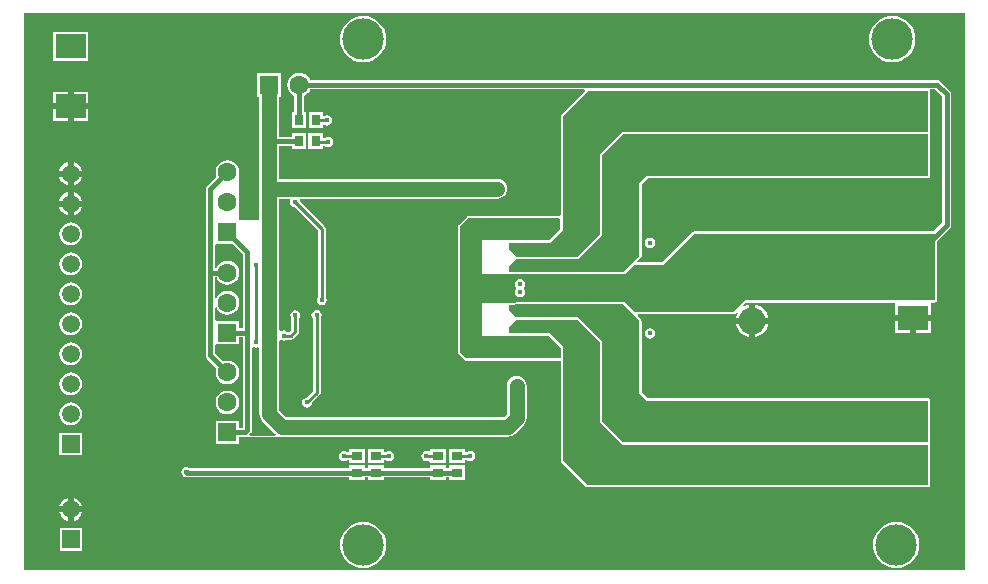
<source format=gbl>
G04*
G04 #@! TF.GenerationSoftware,Altium Limited,Altium Designer,20.2.7 (254)*
G04*
G04 Layer_Physical_Order=4*
G04 Layer_Color=16711680*
%FSLAX25Y25*%
%MOIN*%
G70*
G04*
G04 #@! TF.SameCoordinates,93ECAAD2-9D94-4F50-94FD-CC643B8307E9*
G04*
G04*
G04 #@! TF.FilePolarity,Positive*
G04*
G01*
G75*
%ADD16C,0.01000*%
%ADD20R,0.03740X0.03150*%
%ADD21R,0.03150X0.03740*%
%ADD45C,0.01500*%
%ADD46C,0.05000*%
%ADD48R,0.09843X0.07874*%
%ADD49R,0.09000X0.09000*%
%ADD50C,0.09000*%
%ADD51C,0.06299*%
%ADD52R,0.06299X0.06299*%
%ADD53R,0.06299X0.06299*%
%ADD54C,0.05906*%
%ADD55R,0.05906X0.05906*%
%ADD56C,0.13800*%
%ADD57C,0.01772*%
%ADD58C,0.01772*%
G36*
X315074Y1326D02*
X1326D01*
Y186874D01*
X315074D01*
Y1326D01*
D02*
G37*
%LPC*%
G36*
X22721Y180637D02*
X11279D01*
Y171163D01*
X22721D01*
Y180637D01*
D02*
G37*
G36*
X290900Y186037D02*
X289390Y185889D01*
X287939Y185448D01*
X286601Y184733D01*
X285429Y183771D01*
X284467Y182599D01*
X283752Y181261D01*
X283311Y179809D01*
X283163Y178300D01*
X283311Y176790D01*
X283752Y175339D01*
X284467Y174001D01*
X285429Y172829D01*
X286601Y171867D01*
X287939Y171152D01*
X289390Y170711D01*
X290900Y170563D01*
X292409Y170711D01*
X293861Y171152D01*
X295199Y171867D01*
X296371Y172829D01*
X297333Y174001D01*
X298048Y175339D01*
X298489Y176790D01*
X298637Y178300D01*
X298489Y179809D01*
X298048Y181261D01*
X297333Y182599D01*
X296371Y183771D01*
X295199Y184733D01*
X293861Y185448D01*
X292409Y185889D01*
X290900Y186037D01*
D02*
G37*
G36*
X114500D02*
X112990Y185889D01*
X111539Y185448D01*
X110201Y184733D01*
X109029Y183771D01*
X108067Y182599D01*
X107352Y181261D01*
X106911Y179809D01*
X106763Y178300D01*
X106911Y176790D01*
X107352Y175339D01*
X108067Y174001D01*
X109029Y172829D01*
X110201Y171867D01*
X111539Y171152D01*
X112990Y170711D01*
X114500Y170563D01*
X116009Y170711D01*
X117461Y171152D01*
X118799Y171867D01*
X119971Y172829D01*
X120933Y174001D01*
X121648Y175339D01*
X122089Y176790D01*
X122237Y178300D01*
X122089Y179809D01*
X121648Y181261D01*
X120933Y182599D01*
X119971Y183771D01*
X118799Y184733D01*
X117461Y185448D01*
X116009Y185889D01*
X114500Y186037D01*
D02*
G37*
G36*
X22921Y160837D02*
X18000D01*
Y156900D01*
X22921D01*
Y160837D01*
D02*
G37*
G36*
X16000D02*
X11079D01*
Y156900D01*
X16000D01*
Y160837D01*
D02*
G37*
G36*
X22921Y154900D02*
X18000D01*
Y150963D01*
X22921D01*
Y154900D01*
D02*
G37*
G36*
X16000D02*
X11079D01*
Y150963D01*
X16000D01*
Y154900D01*
D02*
G37*
G36*
X101080Y153970D02*
X96331D01*
Y148630D01*
X101080D01*
Y149520D01*
X101580Y149753D01*
X101792Y149612D01*
X102450Y149481D01*
X103107Y149612D01*
X103665Y149985D01*
X104038Y150542D01*
X104168Y151200D01*
X104038Y151858D01*
X103665Y152415D01*
X103107Y152788D01*
X102450Y152919D01*
X101792Y152788D01*
X101580Y152647D01*
X101080Y152880D01*
Y153970D01*
D02*
G37*
G36*
X101030Y146867D02*
X96280D01*
Y141527D01*
X101030D01*
Y142771D01*
X101848D01*
X102241Y142509D01*
X102899Y142378D01*
X103557Y142509D01*
X104115Y142881D01*
X104487Y143439D01*
X104618Y144097D01*
X104487Y144754D01*
X104115Y145312D01*
X103557Y145685D01*
X102899Y145816D01*
X102241Y145685D01*
X101848Y145422D01*
X101030D01*
Y146867D01*
D02*
G37*
G36*
X87150Y167050D02*
X79250D01*
Y159150D01*
X79971D01*
Y144700D01*
Y129260D01*
X79871Y128500D01*
X79971Y127741D01*
Y117884D01*
X73784D01*
X73284Y117884D01*
X73284Y118301D01*
D01*
Y118320D01*
X73284D01*
Y118523D01*
X73284Y118523D01*
X73284D01*
Y133900D01*
X73148Y134931D01*
X72750Y135892D01*
X72117Y136717D01*
X71292Y137350D01*
X70331Y137748D01*
X69300Y137884D01*
X68269Y137748D01*
X67308Y137350D01*
X66483Y136717D01*
X65850Y135892D01*
X65452Y134931D01*
X65316Y133900D01*
X65452Y132869D01*
X65623Y132457D01*
X62483Y129317D01*
X62140Y128805D01*
X62020Y128200D01*
Y100550D01*
Y72900D01*
X62140Y72295D01*
X62483Y71782D01*
X65623Y68642D01*
X65452Y68231D01*
X65316Y67200D01*
X65452Y66169D01*
X65850Y65208D01*
X66483Y64383D01*
X67308Y63750D01*
X68269Y63352D01*
X69300Y63216D01*
X70331Y63352D01*
X71292Y63750D01*
X72117Y64383D01*
X72750Y65208D01*
X73148Y66169D01*
X73284Y67200D01*
X73148Y68231D01*
X72750Y69192D01*
X72117Y70017D01*
X71292Y70650D01*
X70331Y71048D01*
X69300Y71184D01*
X68269Y71048D01*
X67857Y70877D01*
X65180Y73555D01*
Y76121D01*
X65350Y76550D01*
X73250D01*
Y78920D01*
X74320D01*
Y48780D01*
X73250D01*
Y51150D01*
X65350D01*
Y43250D01*
X73250D01*
Y45620D01*
X75506D01*
X75626Y45740D01*
X87600Y45772D01*
X162734D01*
X163596Y45885D01*
X164066Y46080D01*
X164399Y46218D01*
X165088Y46746D01*
X168017Y49675D01*
X168546Y50365D01*
X168878Y51168D01*
X168992Y52029D01*
Y62763D01*
X168878Y63625D01*
X168546Y64428D01*
X168017Y65117D01*
X167328Y65646D01*
X166525Y65978D01*
X165663Y66092D01*
X164802Y65978D01*
X163999Y65646D01*
X163310Y65117D01*
X162781Y64428D01*
X162448Y63625D01*
X162335Y62763D01*
Y53408D01*
X161356Y52429D01*
X88979D01*
X86629Y54779D01*
Y77788D01*
X87129Y78055D01*
X87342Y77912D01*
X88000Y77781D01*
X88658Y77912D01*
X89051Y78175D01*
X90500D01*
X91007Y78275D01*
X91437Y78563D01*
X92852Y79977D01*
X93139Y80407D01*
X93240Y80914D01*
Y85149D01*
X93502Y85542D01*
X93633Y86200D01*
X93502Y86858D01*
X93130Y87415D01*
X92572Y87788D01*
X91914Y87919D01*
X91256Y87788D01*
X90699Y87415D01*
X90326Y86858D01*
X90195Y86200D01*
X90326Y85542D01*
X90589Y85149D01*
Y81463D01*
X89951Y80826D01*
X89051D01*
X88658Y81088D01*
X88000Y81219D01*
X87342Y81088D01*
X87129Y80945D01*
X86629Y81213D01*
Y125171D01*
X90025D01*
X90261Y124731D01*
X90212Y124658D01*
X90081Y124000D01*
X90212Y123342D01*
X90585Y122785D01*
X91142Y122412D01*
X91606Y122320D01*
X99375Y114551D01*
Y92351D01*
X99112Y91958D01*
X98981Y91300D01*
X99112Y90642D01*
X99485Y90085D01*
X100042Y89712D01*
X100700Y89581D01*
X101358Y89712D01*
X101915Y90085D01*
X102288Y90642D01*
X102419Y91300D01*
X102288Y91958D01*
X102025Y92351D01*
Y115100D01*
X101925Y115607D01*
X101637Y116037D01*
X93480Y124194D01*
X93388Y124658D01*
X93339Y124731D01*
X93575Y125171D01*
X159200D01*
X160062Y125285D01*
X160864Y125618D01*
X161554Y126146D01*
X162083Y126836D01*
X162415Y127638D01*
X162529Y128500D01*
X162415Y129361D01*
X162083Y130164D01*
X161554Y130854D01*
X160864Y131383D01*
X160062Y131715D01*
X159200Y131828D01*
X86629D01*
Y142616D01*
X90768D01*
Y141527D01*
X95518D01*
Y146867D01*
X90768D01*
Y145777D01*
X86629D01*
Y159150D01*
X87150D01*
Y167050D01*
D02*
G37*
G36*
X18000Y137255D02*
Y134400D01*
X20855D01*
X20851Y134432D01*
X20453Y135393D01*
X19819Y136219D01*
X18993Y136853D01*
X18032Y137251D01*
X18000Y137255D01*
D02*
G37*
G36*
X16000D02*
X15968Y137251D01*
X15007Y136853D01*
X14181Y136219D01*
X13547Y135393D01*
X13149Y134432D01*
X13145Y134400D01*
X16000D01*
Y137255D01*
D02*
G37*
G36*
X20855Y132400D02*
X18000D01*
Y129545D01*
X18032Y129549D01*
X18993Y129947D01*
X19819Y130581D01*
X20453Y131407D01*
X20851Y132368D01*
X20855Y132400D01*
D02*
G37*
G36*
X16000D02*
X13145D01*
X13149Y132368D01*
X13547Y131407D01*
X14181Y130581D01*
X15007Y129947D01*
X15968Y129549D01*
X16000Y129545D01*
Y132400D01*
D02*
G37*
G36*
X18000Y127255D02*
Y124400D01*
X20855D01*
X20851Y124432D01*
X20453Y125393D01*
X19819Y126219D01*
X18993Y126853D01*
X18032Y127251D01*
X18000Y127255D01*
D02*
G37*
G36*
X16000D02*
X15968Y127251D01*
X15007Y126853D01*
X14181Y126219D01*
X13547Y125393D01*
X13149Y124432D01*
X13145Y124400D01*
X16000D01*
Y127255D01*
D02*
G37*
G36*
X20855Y122400D02*
X18000D01*
Y119545D01*
X18032Y119549D01*
X18993Y119947D01*
X19819Y120581D01*
X20453Y121407D01*
X20851Y122368D01*
X20855Y122400D01*
D02*
G37*
G36*
X16000D02*
X13145D01*
X13149Y122368D01*
X13547Y121407D01*
X14181Y120581D01*
X15007Y119947D01*
X15968Y119549D01*
X16000Y119545D01*
Y122400D01*
D02*
G37*
G36*
X93200Y167084D02*
X92169Y166948D01*
X91208Y166550D01*
X90383Y165917D01*
X89750Y165092D01*
X89352Y164131D01*
X89216Y163100D01*
X89352Y162069D01*
X89750Y161108D01*
X90383Y160283D01*
X91208Y159650D01*
X91620Y159480D01*
Y153970D01*
X90819D01*
Y148630D01*
X95569D01*
Y153970D01*
X94780D01*
Y159480D01*
X95192Y159650D01*
X96017Y160283D01*
X96650Y161108D01*
X96820Y161520D01*
X188259D01*
X188466Y161020D01*
X180623Y153177D01*
X180446Y152912D01*
X180384Y152600D01*
X180384Y152600D01*
X180384Y119825D01*
X179976Y119443D01*
X179884Y119416D01*
X149600Y119416D01*
X149600Y119416D01*
X149288Y119354D01*
X149023Y119177D01*
X146323Y116477D01*
X146146Y116212D01*
X146084Y115900D01*
X146084Y115900D01*
X146084Y73900D01*
X146147Y73588D01*
X146323Y73323D01*
X146323Y73323D01*
X148223Y71423D01*
X148223Y71423D01*
X148488Y71246D01*
X148800Y71184D01*
X148800Y71184D01*
X173800Y71184D01*
X180393Y71184D01*
X180393Y37994D01*
X180393Y37994D01*
X180455Y37681D01*
X180632Y37417D01*
X180632Y37417D01*
X188932Y29117D01*
X189197Y28940D01*
X189509Y28878D01*
X189509Y28878D01*
X292179Y28878D01*
Y28863D01*
X303621D01*
Y29676D01*
X303625Y29694D01*
X303625Y43094D01*
X303563Y43406D01*
X303470Y43544D01*
X303563Y43681D01*
X303625Y43994D01*
X303625Y57794D01*
X303621Y57811D01*
Y58337D01*
X303408D01*
X303386Y58370D01*
X303121Y58547D01*
X302809Y58609D01*
X209347D01*
X207325Y60632D01*
X207325Y84494D01*
X207263Y84806D01*
X207086Y85070D01*
X207086Y85070D01*
X206034Y86122D01*
X206225Y86584D01*
X237800D01*
X238112Y86646D01*
X238377Y86823D01*
X238377Y86823D01*
X238987Y87434D01*
X239396Y87174D01*
X238842Y85836D01*
X238784Y85400D01*
X243200D01*
Y89816D01*
X242764Y89758D01*
X241426Y89204D01*
X241166Y89613D01*
X242038Y90484D01*
X291581D01*
X291979Y90237D01*
X291979Y89984D01*
Y86300D01*
X297900D01*
X303821D01*
Y89984D01*
X303821Y90237D01*
X304219Y90484D01*
X305000D01*
X305312Y90547D01*
X305577Y90723D01*
X305754Y90988D01*
X305816Y91300D01*
Y110981D01*
X310118Y115282D01*
X310460Y115795D01*
X310580Y116400D01*
Y159939D01*
X310460Y160544D01*
X310118Y161057D01*
X306957Y164217D01*
X306444Y164560D01*
X305839Y164680D01*
X96820D01*
X96650Y165092D01*
X96017Y165917D01*
X95192Y166550D01*
X94231Y166948D01*
X93200Y167084D01*
D02*
G37*
G36*
X17000Y117185D02*
X16020Y117056D01*
X15107Y116678D01*
X14323Y116077D01*
X13722Y115293D01*
X13344Y114380D01*
X13215Y113400D01*
X13344Y112420D01*
X13722Y111507D01*
X14323Y110723D01*
X15107Y110122D01*
X16020Y109744D01*
X17000Y109615D01*
X17980Y109744D01*
X18893Y110122D01*
X19677Y110723D01*
X20278Y111507D01*
X20656Y112420D01*
X20785Y113400D01*
X20656Y114380D01*
X20278Y115293D01*
X19677Y116077D01*
X18893Y116678D01*
X17980Y117056D01*
X17000Y117185D01*
D02*
G37*
G36*
Y107185D02*
X16020Y107056D01*
X15107Y106678D01*
X14323Y106077D01*
X13722Y105293D01*
X13344Y104380D01*
X13215Y103400D01*
X13344Y102420D01*
X13722Y101507D01*
X14323Y100724D01*
X15107Y100122D01*
X16020Y99744D01*
X17000Y99615D01*
X17980Y99744D01*
X18893Y100122D01*
X19677Y100724D01*
X20278Y101507D01*
X20656Y102420D01*
X20785Y103400D01*
X20656Y104380D01*
X20278Y105293D01*
X19677Y106077D01*
X18893Y106678D01*
X17980Y107056D01*
X17000Y107185D01*
D02*
G37*
G36*
Y97185D02*
X16020Y97056D01*
X15107Y96678D01*
X14323Y96077D01*
X13722Y95293D01*
X13344Y94380D01*
X13215Y93400D01*
X13344Y92420D01*
X13722Y91507D01*
X14323Y90724D01*
X15107Y90122D01*
X16020Y89744D01*
X17000Y89615D01*
X17980Y89744D01*
X18893Y90122D01*
X19677Y90724D01*
X20278Y91507D01*
X20656Y92420D01*
X20785Y93400D01*
X20656Y94380D01*
X20278Y95293D01*
X19677Y96077D01*
X18893Y96678D01*
X17980Y97056D01*
X17000Y97185D01*
D02*
G37*
G36*
X245200Y89816D02*
Y85400D01*
X249616D01*
X249558Y85836D01*
X249004Y87174D01*
X248123Y88323D01*
X246974Y89204D01*
X245636Y89758D01*
X245200Y89816D01*
D02*
G37*
G36*
X303821Y84300D02*
X298900D01*
Y80363D01*
X303821D01*
Y84300D01*
D02*
G37*
G36*
X296900D02*
X291979D01*
Y80363D01*
X296900D01*
Y84300D01*
D02*
G37*
G36*
X17000Y87185D02*
X16020Y87056D01*
X15107Y86678D01*
X14323Y86076D01*
X13722Y85293D01*
X13344Y84380D01*
X13215Y83400D01*
X13344Y82420D01*
X13722Y81507D01*
X14323Y80724D01*
X15107Y80122D01*
X16020Y79744D01*
X17000Y79615D01*
X17980Y79744D01*
X18893Y80122D01*
X19677Y80724D01*
X20278Y81507D01*
X20656Y82420D01*
X20785Y83400D01*
X20656Y84380D01*
X20278Y85293D01*
X19677Y86076D01*
X18893Y86678D01*
X17980Y87056D01*
X17000Y87185D01*
D02*
G37*
G36*
X249616Y83400D02*
X245200D01*
Y78984D01*
X245636Y79042D01*
X246974Y79596D01*
X248123Y80477D01*
X249004Y81626D01*
X249558Y82964D01*
X249616Y83400D01*
D02*
G37*
G36*
X243200D02*
X238784D01*
X238842Y82964D01*
X239396Y81626D01*
X240277Y80477D01*
X241426Y79596D01*
X242764Y79042D01*
X243200Y78984D01*
Y83400D01*
D02*
G37*
G36*
X210100Y81919D02*
X209442Y81788D01*
X208885Y81415D01*
X208512Y80858D01*
X208381Y80200D01*
X208512Y79542D01*
X208885Y78985D01*
X209442Y78612D01*
X210100Y78481D01*
X210758Y78612D01*
X211315Y78985D01*
X211688Y79542D01*
X211819Y80200D01*
X211688Y80858D01*
X211315Y81415D01*
X210758Y81788D01*
X210100Y81919D01*
D02*
G37*
G36*
X17000Y77185D02*
X16020Y77056D01*
X15107Y76678D01*
X14323Y76077D01*
X13722Y75293D01*
X13344Y74380D01*
X13215Y73400D01*
X13344Y72420D01*
X13722Y71507D01*
X14323Y70723D01*
X15107Y70122D01*
X16020Y69744D01*
X17000Y69615D01*
X17980Y69744D01*
X18893Y70122D01*
X19677Y70723D01*
X20278Y71507D01*
X20656Y72420D01*
X20785Y73400D01*
X20656Y74380D01*
X20278Y75293D01*
X19677Y76077D01*
X18893Y76678D01*
X17980Y77056D01*
X17000Y77185D01*
D02*
G37*
G36*
Y67185D02*
X16020Y67056D01*
X15107Y66678D01*
X14323Y66076D01*
X13722Y65293D01*
X13344Y64380D01*
X13215Y63400D01*
X13344Y62420D01*
X13722Y61507D01*
X14323Y60724D01*
X15107Y60122D01*
X16020Y59744D01*
X17000Y59615D01*
X17980Y59744D01*
X18893Y60122D01*
X19677Y60724D01*
X20278Y61507D01*
X20656Y62420D01*
X20785Y63400D01*
X20656Y64380D01*
X20278Y65293D01*
X19677Y66076D01*
X18893Y66678D01*
X17980Y67056D01*
X17000Y67185D01*
D02*
G37*
G36*
X99000Y88019D02*
X98342Y87888D01*
X97785Y87515D01*
X97412Y86958D01*
X97281Y86300D01*
X97412Y85642D01*
X97675Y85249D01*
Y61049D01*
X95456Y58831D01*
X95242Y58788D01*
X94685Y58415D01*
X94312Y57858D01*
X94181Y57200D01*
X94312Y56542D01*
X94685Y55985D01*
X95242Y55612D01*
X95900Y55481D01*
X96558Y55612D01*
X97115Y55985D01*
X97488Y56542D01*
X97619Y57200D01*
X97611Y57237D01*
X99937Y59563D01*
X100225Y59993D01*
X100326Y60500D01*
Y85249D01*
X100588Y85642D01*
X100719Y86300D01*
X100588Y86958D01*
X100215Y87515D01*
X99658Y87888D01*
X99000Y88019D01*
D02*
G37*
G36*
X69300Y61184D02*
X68269Y61048D01*
X67308Y60650D01*
X66483Y60017D01*
X65850Y59192D01*
X65452Y58231D01*
X65316Y57200D01*
X65452Y56169D01*
X65850Y55208D01*
X66483Y54383D01*
X67308Y53750D01*
X68269Y53352D01*
X69300Y53216D01*
X70331Y53352D01*
X71292Y53750D01*
X72117Y54383D01*
X72750Y55208D01*
X73148Y56169D01*
X73284Y57200D01*
X73148Y58231D01*
X72750Y59192D01*
X72117Y60017D01*
X71292Y60650D01*
X70331Y61048D01*
X69300Y61184D01*
D02*
G37*
G36*
X17000Y57185D02*
X16020Y57056D01*
X15107Y56678D01*
X14323Y56077D01*
X13722Y55293D01*
X13344Y54380D01*
X13215Y53400D01*
X13344Y52420D01*
X13722Y51507D01*
X14323Y50723D01*
X15107Y50122D01*
X16020Y49744D01*
X17000Y49615D01*
X17980Y49744D01*
X18893Y50122D01*
X19677Y50723D01*
X20278Y51507D01*
X20656Y52420D01*
X20785Y53400D01*
X20656Y54380D01*
X20278Y55293D01*
X19677Y56077D01*
X18893Y56678D01*
X17980Y57056D01*
X17000Y57185D01*
D02*
G37*
G36*
X142069Y41731D02*
X136729D01*
Y41174D01*
X136266Y40893D01*
X136229Y40894D01*
X135600Y41019D01*
X134942Y40888D01*
X134385Y40515D01*
X134012Y39958D01*
X133881Y39300D01*
X134012Y38642D01*
X134385Y38085D01*
X134942Y37712D01*
X135600Y37581D01*
X136229Y37706D01*
X136317Y37708D01*
X136729Y37451D01*
Y36981D01*
X142069D01*
Y41731D01*
D02*
G37*
G36*
X115220D02*
X109880D01*
Y40681D01*
X109067D01*
X108758Y40888D01*
X108100Y41019D01*
X107442Y40888D01*
X106885Y40515D01*
X106512Y39958D01*
X106381Y39300D01*
X106512Y38642D01*
X106885Y38085D01*
X107442Y37712D01*
X108100Y37581D01*
X108758Y37712D01*
X109234Y38030D01*
X109880D01*
Y36981D01*
X115220D01*
Y41731D01*
D02*
G37*
G36*
X20753Y47153D02*
X13247D01*
Y39647D01*
X20753D01*
Y47153D01*
D02*
G37*
G36*
X148369Y41731D02*
X143029D01*
Y36981D01*
X148369D01*
Y38019D01*
X149233D01*
X149542Y37812D01*
X150200Y37681D01*
X150858Y37812D01*
X151415Y38185D01*
X151788Y38742D01*
X151919Y39400D01*
X151788Y40058D01*
X151415Y40615D01*
X150858Y40988D01*
X150200Y41119D01*
X149542Y40988D01*
X149066Y40670D01*
X148369D01*
Y41731D01*
D02*
G37*
G36*
X121620D02*
X116279D01*
Y36981D01*
X121620D01*
Y37919D01*
X122233D01*
X122542Y37712D01*
X123200Y37581D01*
X123858Y37712D01*
X124415Y38085D01*
X124788Y38642D01*
X124919Y39300D01*
X124788Y39958D01*
X124415Y40515D01*
X123858Y40888D01*
X123200Y41019D01*
X122542Y40888D01*
X122120Y40606D01*
X121620Y40734D01*
Y41731D01*
D02*
G37*
G36*
X148369Y36219D02*
X143029D01*
Y35425D01*
X142069D01*
Y36219D01*
X136729D01*
Y35425D01*
X121620D01*
Y36219D01*
X116279D01*
Y35425D01*
X115220D01*
Y36219D01*
X109880D01*
Y35425D01*
X56503D01*
X56258Y35588D01*
X55600Y35719D01*
X54942Y35588D01*
X54385Y35215D01*
X54012Y34658D01*
X53881Y34000D01*
X54012Y33342D01*
X54385Y32785D01*
X54942Y32412D01*
X55600Y32281D01*
X55712Y32303D01*
X55911Y32264D01*
X109880D01*
Y31469D01*
X115220D01*
Y32264D01*
X116279D01*
Y31469D01*
X121620D01*
Y32264D01*
X136729D01*
Y31469D01*
X142069D01*
Y32264D01*
X143029D01*
Y31469D01*
X148369D01*
Y36219D01*
D02*
G37*
G36*
X18100Y25455D02*
Y22600D01*
X20955D01*
X20951Y22632D01*
X20553Y23593D01*
X19919Y24419D01*
X19093Y25053D01*
X18132Y25451D01*
X18100Y25455D01*
D02*
G37*
G36*
X16100D02*
X16068Y25451D01*
X15107Y25053D01*
X14281Y24419D01*
X13647Y23593D01*
X13249Y22632D01*
X13245Y22600D01*
X16100D01*
Y25455D01*
D02*
G37*
G36*
X20955Y20600D02*
X18100D01*
Y17745D01*
X18132Y17749D01*
X19093Y18147D01*
X19919Y18781D01*
X20553Y19607D01*
X20951Y20568D01*
X20955Y20600D01*
D02*
G37*
G36*
X16100D02*
X13245D01*
X13249Y20568D01*
X13647Y19607D01*
X14281Y18781D01*
X15107Y18147D01*
X16068Y17749D01*
X16100Y17745D01*
Y20600D01*
D02*
G37*
G36*
X20853Y15353D02*
X13347D01*
Y7847D01*
X20853D01*
Y15353D01*
D02*
G37*
G36*
X292200Y17437D02*
X290690Y17289D01*
X289239Y16848D01*
X287901Y16133D01*
X286729Y15171D01*
X285767Y13999D01*
X285052Y12661D01*
X284611Y11209D01*
X284463Y9700D01*
X284611Y8190D01*
X285052Y6739D01*
X285767Y5401D01*
X286729Y4229D01*
X287901Y3267D01*
X289239Y2552D01*
X290690Y2111D01*
X292200Y1963D01*
X293709Y2111D01*
X295161Y2552D01*
X296499Y3267D01*
X297671Y4229D01*
X298633Y5401D01*
X299348Y6739D01*
X299789Y8190D01*
X299937Y9700D01*
X299789Y11209D01*
X299348Y12661D01*
X298633Y13999D01*
X297671Y15171D01*
X296499Y16133D01*
X295161Y16848D01*
X293709Y17289D01*
X292200Y17437D01*
D02*
G37*
G36*
X114500D02*
X112990Y17289D01*
X111539Y16848D01*
X110201Y16133D01*
X109029Y15171D01*
X108067Y13999D01*
X107352Y12661D01*
X106911Y11209D01*
X106763Y9700D01*
X106911Y8190D01*
X107352Y6739D01*
X108067Y5401D01*
X109029Y4229D01*
X110201Y3267D01*
X111539Y2552D01*
X112990Y2111D01*
X114500Y1963D01*
X116009Y2111D01*
X117461Y2552D01*
X118799Y3267D01*
X119971Y4229D01*
X120933Y5401D01*
X121648Y6739D01*
X122089Y8190D01*
X122237Y9700D01*
X122089Y11209D01*
X121648Y12661D01*
X120933Y13999D01*
X119971Y15171D01*
X118799Y16133D01*
X117461Y16848D01*
X116009Y17289D01*
X114500Y17437D01*
D02*
G37*
%LPD*%
G36*
X74320Y106645D02*
Y82080D01*
X73250D01*
Y84450D01*
X65350D01*
X65180Y84879D01*
Y88818D01*
X65680Y88918D01*
X65850Y88508D01*
X66483Y87683D01*
X67308Y87050D01*
X68269Y86652D01*
X69300Y86516D01*
X70331Y86652D01*
X71292Y87050D01*
X72117Y87683D01*
X72750Y88508D01*
X73148Y89469D01*
X73284Y90500D01*
X73148Y91531D01*
X72750Y92492D01*
X72117Y93317D01*
X71292Y93950D01*
X70331Y94348D01*
X69300Y94484D01*
X68269Y94348D01*
X67308Y93950D01*
X66483Y93317D01*
X65850Y92492D01*
X65680Y92082D01*
X65180Y92182D01*
Y98920D01*
X65680D01*
X65850Y98508D01*
X66483Y97683D01*
X67308Y97050D01*
X68269Y96652D01*
X69300Y96516D01*
X70331Y96652D01*
X71292Y97050D01*
X72117Y97683D01*
X72750Y98508D01*
X73148Y99469D01*
X73284Y100500D01*
X73148Y101531D01*
X72750Y102492D01*
X72117Y103317D01*
X71292Y103950D01*
X70331Y104348D01*
X69300Y104484D01*
X68269Y104348D01*
X67308Y103950D01*
X66483Y103317D01*
X65850Y102492D01*
X65680Y102080D01*
X65180D01*
Y109521D01*
X65350Y109950D01*
X71015D01*
X74320Y106645D01*
D02*
G37*
G36*
X79971Y75423D02*
Y53400D01*
X80085Y52539D01*
X80417Y51736D01*
X80946Y51046D01*
X81286Y50786D01*
X81546Y50446D01*
X85246Y46746D01*
X85460Y46582D01*
X85290Y46082D01*
X76792D01*
X76601Y46545D01*
X77017Y46961D01*
X77360Y47474D01*
X77480Y48079D01*
Y75401D01*
X77980Y75668D01*
X78052Y75620D01*
X78710Y75490D01*
X79368Y75620D01*
X79471Y75690D01*
X79971Y75423D01*
D02*
G37*
G36*
X307420Y159285D02*
Y117055D01*
X304581Y114216D01*
X224800D01*
X224800Y114216D01*
X224488Y114154D01*
X224223Y113977D01*
X214162Y103916D01*
X206122D01*
X205931Y104378D01*
X207077Y105523D01*
X207077Y105523D01*
X207254Y105788D01*
X207316Y106100D01*
X207316Y106100D01*
X207316Y129962D01*
X209338Y131984D01*
X302800D01*
X303112Y132046D01*
X303377Y132223D01*
X303403Y132263D01*
X303621D01*
Y141737D01*
X303616D01*
X303616Y146600D01*
X303554Y146912D01*
X303462Y147050D01*
X303554Y147188D01*
X303616Y147500D01*
X303616Y152263D01*
X303621D01*
Y161520D01*
X305185D01*
X307420Y159285D01*
D02*
G37*
G36*
X302800Y147500D02*
X200900Y147500D01*
X193400Y140000D01*
Y113400D01*
X185800Y105800D01*
X165700Y105800D01*
X163165Y108335D01*
Y110400D01*
X176900D01*
X181200Y114700D01*
X181200Y152600D01*
X189500Y160900D01*
X302800Y160900D01*
X302800Y147500D01*
D02*
G37*
G36*
X302800Y132800D02*
X209000D01*
X206500Y130300D01*
X206500Y106100D01*
X201100Y100700D01*
X163300Y100700D01*
Y102700D01*
X165554Y104954D01*
X185854D01*
X185905Y105005D01*
X186112Y105046D01*
X186377Y105223D01*
X186377Y105223D01*
X193977Y112823D01*
X194154Y113088D01*
X194216Y113400D01*
X194216Y113400D01*
Y139662D01*
X201153Y146600D01*
X302800Y146600D01*
X302800Y132800D01*
D02*
G37*
G36*
X179946Y118600D02*
X180300Y118246D01*
X180300Y114953D01*
X176562Y111216D01*
X163165D01*
X163086Y111200D01*
X154200Y111200D01*
X154200Y99900D01*
X163221D01*
X163300Y99884D01*
X201100Y99884D01*
X201179Y99900D01*
X201400D01*
X201515Y100015D01*
X201677Y100123D01*
X201677Y100123D01*
X204654Y103100D01*
X214500D01*
X224800Y113400D01*
X305000D01*
Y91300D01*
X241700D01*
X237800Y87400D01*
X204900D01*
X201700Y90600D01*
X201492D01*
X201421Y90647D01*
X201109Y90709D01*
X201109Y90709D01*
X165244Y90709D01*
X165165Y90694D01*
X165085D01*
X164805Y90638D01*
X163309D01*
X163118Y90600D01*
X154200D01*
Y79400D01*
X163063D01*
X163174Y79378D01*
X176522D01*
X180393Y75507D01*
Y72000D01*
X173800Y72000D01*
X148800Y72000D01*
X146900Y73900D01*
X146900Y115900D01*
X149600Y118600D01*
X179946Y118600D01*
D02*
G37*
G36*
X206509Y84494D02*
X206509Y60294D01*
X209009Y57794D01*
X302809D01*
X302809Y43994D01*
X201163Y43994D01*
X194225Y50932D01*
Y77194D01*
X194225Y77194D01*
X194163Y77506D01*
X194092Y77612D01*
X193986Y77770D01*
X193986Y77770D01*
X186386Y85370D01*
X186386Y85370D01*
X186121Y85547D01*
X185809Y85609D01*
X185809Y85609D01*
X165709Y85609D01*
X165709Y85609D01*
X165612Y85590D01*
X163309Y87894D01*
Y89822D01*
X164886D01*
X165244Y89894D01*
X201109Y89894D01*
X206509Y84494D01*
D02*
G37*
G36*
X185809Y84794D02*
X193409Y77194D01*
Y50594D01*
X200909Y43094D01*
X302809Y43094D01*
X302809Y29694D01*
X189509Y29694D01*
X181209Y37994D01*
X181209Y75894D01*
X176909Y80194D01*
X163174D01*
Y82259D01*
X165709Y84794D01*
X185809Y84794D01*
D02*
G37*
%LPC*%
G36*
X210100Y112119D02*
X209442Y111988D01*
X208885Y111615D01*
X208512Y111058D01*
X208381Y110400D01*
X208512Y109742D01*
X208885Y109185D01*
X209442Y108812D01*
X210100Y108681D01*
X210758Y108812D01*
X211315Y109185D01*
X211688Y109742D01*
X211819Y110400D01*
X211688Y111058D01*
X211315Y111615D01*
X210758Y111988D01*
X210100Y112119D01*
D02*
G37*
G36*
X166800Y98319D02*
X166142Y98188D01*
X165585Y97815D01*
X165212Y97258D01*
X165081Y96600D01*
X165212Y95942D01*
X165385Y95683D01*
X165549Y95300D01*
X165385Y94917D01*
X165212Y94658D01*
X165081Y94000D01*
X165212Y93342D01*
X165585Y92785D01*
X166142Y92412D01*
X166800Y92281D01*
X167458Y92412D01*
X168015Y92785D01*
X168388Y93342D01*
X168519Y94000D01*
X168388Y94658D01*
X168215Y94917D01*
X168052Y95300D01*
X168215Y95683D01*
X168388Y95942D01*
X168519Y96600D01*
X168388Y97258D01*
X168015Y97815D01*
X167458Y98188D01*
X166800Y98319D01*
D02*
G37*
%LPD*%
D16*
X150144Y39344D02*
X150200Y39400D01*
X145750Y39344D02*
X150144D01*
X123144Y39244D02*
X123200Y39300D01*
X118750Y39244D02*
X123144D01*
X170800Y55700D02*
X173551Y58451D01*
X173493D02*
X173551D01*
X175714Y77913D02*
Y78076D01*
X176086Y78448D01*
X152286D02*
X176086D01*
X176100Y112000D02*
X176606Y112506D01*
X175576D02*
X176606D01*
X78832Y103027D02*
X78954Y103149D01*
X78832Y77331D02*
Y103027D01*
X78710Y77209D02*
X78832Y77331D01*
X165700Y132413D02*
Y132727D01*
X165527Y132900D02*
X165700Y132727D01*
X136500Y132900D02*
X165527D01*
X151186Y79548D02*
Y90248D01*
Y79548D02*
X152286Y78448D01*
X151186Y90248D02*
X152086Y91148D01*
X164886D01*
X164986Y91248D01*
X164900Y99300D02*
X165000Y99200D01*
X152100Y99300D02*
X164900D01*
X151200Y100200D02*
X152100Y99300D01*
X151200Y110900D02*
X152300Y112000D01*
X151200Y100200D02*
Y110900D01*
X152300Y112000D02*
X176100D01*
X170800Y23800D02*
Y55700D01*
X95700Y57200D02*
X99000Y60500D01*
X83300Y144700D02*
X83803Y144197D01*
X98655D02*
X98755Y144097D01*
X102899D01*
X98305Y151200D02*
X102450D01*
X135600Y39300D02*
X135656Y39356D01*
X140050D01*
X108156D02*
X112550D01*
X108100Y39300D02*
X108156Y39356D01*
X88000Y79500D02*
X90500D01*
X91914Y80914D02*
Y86200D01*
X90500Y79500D02*
X91914Y80914D01*
X100700Y91300D02*
Y115100D01*
X91800Y124000D02*
X100700Y115100D01*
X99000Y60500D02*
Y86300D01*
X243886Y104714D02*
X244200Y104400D01*
X243986Y104186D02*
X244200Y104400D01*
D20*
X112550Y33844D02*
D03*
Y39356D02*
D03*
X145699Y33844D02*
D03*
Y39356D02*
D03*
X139399Y33844D02*
D03*
Y39356D02*
D03*
X118950Y33844D02*
D03*
Y39356D02*
D03*
D21*
X93194Y151300D02*
D03*
X98706D02*
D03*
X93143Y144197D02*
D03*
X98655D02*
D03*
D45*
X93200Y163100D02*
X305839D01*
X309000Y116400D02*
Y159939D01*
X305839Y163100D02*
X309000Y159939D01*
X302321Y109721D02*
X309000Y116400D01*
X297900Y105300D02*
X298884D01*
X302321Y108737D01*
Y109721D01*
X83803Y144197D02*
X93143D01*
X93200Y151306D02*
Y163100D01*
X93194Y151300D02*
X93200Y151306D01*
X139399Y33844D02*
X145699D01*
X118950D02*
X139399D01*
X112550D02*
X118950D01*
X55911D02*
X112550D01*
X55756Y34000D02*
X55911Y33844D01*
X55600Y34000D02*
X55756D01*
X75900Y48079D02*
Y80500D01*
Y107300D01*
X69300Y80500D02*
X75900D01*
X75021Y47200D02*
X75900Y48079D01*
X69300Y47200D02*
X75021D01*
X69300Y113900D02*
X75900Y107300D01*
X63650Y100500D02*
X69300D01*
X63600Y100550D02*
X63650Y100500D01*
X63600Y100550D02*
Y128200D01*
X69300Y133900D01*
X63600Y72900D02*
X69300Y67200D01*
X63600Y72900D02*
Y100550D01*
D46*
X83300Y128500D02*
X159200D01*
X83300Y53400D02*
Y128500D01*
X83900Y52800D02*
X87600Y49100D01*
X162734D01*
X165663Y52029D02*
Y62763D01*
X162734Y49100D02*
X165663Y52029D01*
X83300Y144700D02*
Y163100D01*
Y128500D02*
Y144700D01*
X83200Y128500D02*
X83300D01*
D48*
X297900Y33600D02*
D03*
Y53600D02*
D03*
Y85300D02*
D03*
Y105300D02*
D03*
Y137000D02*
D03*
Y157000D02*
D03*
X17000Y175900D02*
D03*
Y155900D02*
D03*
D49*
X244200Y104400D02*
D03*
D50*
Y84400D02*
D03*
D51*
X69300Y100500D02*
D03*
Y90500D02*
D03*
Y57200D02*
D03*
Y67200D02*
D03*
Y133900D02*
D03*
Y123900D02*
D03*
X93200Y163100D02*
D03*
D52*
X69300Y80500D02*
D03*
Y47200D02*
D03*
Y113900D02*
D03*
D53*
X83200Y163100D02*
D03*
D54*
X17100Y21600D02*
D03*
X17000Y103400D02*
D03*
Y83400D02*
D03*
Y63400D02*
D03*
Y53400D02*
D03*
Y73400D02*
D03*
Y93400D02*
D03*
Y113400D02*
D03*
Y123400D02*
D03*
Y133400D02*
D03*
D55*
X17100Y11600D02*
D03*
X17000Y43400D02*
D03*
D56*
X114500Y9700D02*
D03*
Y178300D02*
D03*
X290900D02*
D03*
X292200Y9700D02*
D03*
D57*
X150200Y39400D02*
D03*
X123200Y39300D02*
D03*
X173493Y58451D02*
D03*
X175714Y77913D02*
D03*
X175576Y112506D02*
D03*
X78954Y103149D02*
D03*
X165700Y132413D02*
D03*
X159300Y128400D02*
D03*
X136500Y132900D02*
D03*
X91914Y86200D02*
D03*
X78710Y77209D02*
D03*
X165100Y109100D02*
D03*
X167400Y107300D02*
D03*
X172400D02*
D03*
X170100Y109100D02*
D03*
X170000Y102000D02*
D03*
X172300Y103800D02*
D03*
X167300D02*
D03*
X165000Y102000D02*
D03*
X165100Y81500D02*
D03*
X167400Y83300D02*
D03*
X172400D02*
D03*
X170100Y81500D02*
D03*
X170200Y88600D02*
D03*
X172500Y86800D02*
D03*
X167500D02*
D03*
X165200Y88600D02*
D03*
X179000Y73300D02*
D03*
X179100Y116100D02*
D03*
X170800Y23800D02*
D03*
X95900Y57200D02*
D03*
X135600Y39300D02*
D03*
X108100D02*
D03*
X55600Y34000D02*
D03*
X88000Y79500D02*
D03*
X83200Y128500D02*
D03*
X83000Y60700D02*
D03*
X165663Y62763D02*
D03*
X91800Y124000D02*
D03*
X100700Y91300D02*
D03*
X99000Y86300D02*
D03*
X166800Y94000D02*
D03*
X210100Y80200D02*
D03*
Y110400D02*
D03*
X166800Y96600D02*
D03*
X102450Y151200D02*
D03*
X102899Y144097D02*
D03*
D58*
X310900Y180800D02*
D03*
X308400Y175800D02*
D03*
X310900Y170800D02*
D03*
X308400Y165800D02*
D03*
X310900Y110800D02*
D03*
X308400Y105800D02*
D03*
X310900Y100800D02*
D03*
X308400Y95800D02*
D03*
X310900Y90800D02*
D03*
X308400Y85800D02*
D03*
X310900Y80800D02*
D03*
X308400Y75800D02*
D03*
X310900Y70800D02*
D03*
X308400Y65800D02*
D03*
X310900Y60800D02*
D03*
X308400Y55800D02*
D03*
X310900Y50800D02*
D03*
X308400Y45800D02*
D03*
X310900Y40800D02*
D03*
X308400Y35800D02*
D03*
X310900Y30800D02*
D03*
X308400Y25800D02*
D03*
X310900Y20800D02*
D03*
X308400Y15800D02*
D03*
X310900Y10800D02*
D03*
X308400Y5800D02*
D03*
X305900Y180800D02*
D03*
X303400Y175800D02*
D03*
X305900Y170800D02*
D03*
X303400Y165800D02*
D03*
X305900Y150800D02*
D03*
Y140800D02*
D03*
Y130800D02*
D03*
Y120800D02*
D03*
Y80800D02*
D03*
Y70800D02*
D03*
Y60800D02*
D03*
Y50800D02*
D03*
Y40800D02*
D03*
Y30800D02*
D03*
X303400Y25800D02*
D03*
X305900Y20800D02*
D03*
X303400Y15800D02*
D03*
X305900Y10800D02*
D03*
X303400Y5800D02*
D03*
X300900Y180800D02*
D03*
Y170800D02*
D03*
X298400Y165800D02*
D03*
X300900Y130800D02*
D03*
X298400Y125800D02*
D03*
X300900Y120800D02*
D03*
X298400Y115800D02*
D03*
Y75800D02*
D03*
X300900Y70800D02*
D03*
X298400Y65800D02*
D03*
X300900Y60800D02*
D03*
X298400Y25800D02*
D03*
X300900Y20800D02*
D03*
X298400Y15800D02*
D03*
X300900Y10800D02*
D03*
X295900Y170800D02*
D03*
X293400Y165800D02*
D03*
X295900Y130800D02*
D03*
X293400Y125800D02*
D03*
X295900Y120800D02*
D03*
X293400Y115800D02*
D03*
Y75800D02*
D03*
X295900Y70800D02*
D03*
X293400Y65800D02*
D03*
X295900Y60800D02*
D03*
X293400Y25800D02*
D03*
X295900Y20800D02*
D03*
X288400Y165800D02*
D03*
X290900Y130800D02*
D03*
X288400Y125800D02*
D03*
X290900Y120800D02*
D03*
X288400Y115800D02*
D03*
Y85800D02*
D03*
X290900Y80800D02*
D03*
X288400Y75800D02*
D03*
X290900Y70800D02*
D03*
X288400Y65800D02*
D03*
X290900Y60800D02*
D03*
X288400Y25800D02*
D03*
X290900Y20800D02*
D03*
X285900Y170800D02*
D03*
X283400Y165800D02*
D03*
X285900Y130800D02*
D03*
X283400Y125800D02*
D03*
X285900Y120800D02*
D03*
X283400Y115800D02*
D03*
Y85800D02*
D03*
X285900Y80800D02*
D03*
X283400Y75800D02*
D03*
X285900Y70800D02*
D03*
X283400Y65800D02*
D03*
X285900Y60800D02*
D03*
X283400Y25800D02*
D03*
X285900Y20800D02*
D03*
X283400Y15800D02*
D03*
Y5800D02*
D03*
X280900Y180800D02*
D03*
X278400Y175800D02*
D03*
X280900Y170800D02*
D03*
X278400Y165800D02*
D03*
X280900Y130800D02*
D03*
X278400Y125800D02*
D03*
X280900Y120800D02*
D03*
X278400Y115800D02*
D03*
Y85800D02*
D03*
X280900Y80800D02*
D03*
X278400Y75800D02*
D03*
X280900Y70800D02*
D03*
X278400Y65800D02*
D03*
X280900Y60800D02*
D03*
X278400Y25800D02*
D03*
X280900Y20800D02*
D03*
X278400Y15800D02*
D03*
X280900Y10800D02*
D03*
X278400Y5800D02*
D03*
X275900Y180800D02*
D03*
X273400Y175800D02*
D03*
X275900Y170800D02*
D03*
Y130800D02*
D03*
Y120800D02*
D03*
X273400Y115800D02*
D03*
Y85800D02*
D03*
X275900Y80800D02*
D03*
X273400Y75800D02*
D03*
X275900Y70800D02*
D03*
Y60800D02*
D03*
Y20800D02*
D03*
X273400Y15800D02*
D03*
X275900Y10800D02*
D03*
X273400Y5800D02*
D03*
X270900Y180800D02*
D03*
X268400Y175800D02*
D03*
X270900Y170800D02*
D03*
Y120800D02*
D03*
X268400Y115800D02*
D03*
Y85800D02*
D03*
X270900Y80800D02*
D03*
X268400Y75800D02*
D03*
X270900Y70800D02*
D03*
X268400Y15800D02*
D03*
X270900Y10800D02*
D03*
X268400Y5800D02*
D03*
X265900Y180800D02*
D03*
X263400Y175800D02*
D03*
X265900Y170800D02*
D03*
X263400Y165800D02*
D03*
X265900Y130800D02*
D03*
X263400Y125800D02*
D03*
X265900Y120800D02*
D03*
X263400Y115800D02*
D03*
Y85800D02*
D03*
X265900Y80800D02*
D03*
X263400Y75800D02*
D03*
X265900Y70800D02*
D03*
X263400Y65800D02*
D03*
X265900Y60800D02*
D03*
X263400Y25800D02*
D03*
X265900Y20800D02*
D03*
X263400Y15800D02*
D03*
X265900Y10800D02*
D03*
X263400Y5800D02*
D03*
X260900Y180800D02*
D03*
X258400Y175800D02*
D03*
X260900Y170800D02*
D03*
X258400Y165800D02*
D03*
X260900Y130800D02*
D03*
X258400Y125800D02*
D03*
X260900Y120800D02*
D03*
X258400Y115800D02*
D03*
Y85800D02*
D03*
X260900Y80800D02*
D03*
X258400Y75800D02*
D03*
X260900Y70800D02*
D03*
X258400Y65800D02*
D03*
X260900Y60800D02*
D03*
X258400Y25800D02*
D03*
X260900Y20800D02*
D03*
X258400Y15800D02*
D03*
X260900Y10800D02*
D03*
X258400Y5800D02*
D03*
X255900Y180800D02*
D03*
X253400Y175800D02*
D03*
X255900Y170800D02*
D03*
X253400Y165800D02*
D03*
X255900Y130800D02*
D03*
X253400Y125800D02*
D03*
X255900Y120800D02*
D03*
X253400Y115800D02*
D03*
Y85800D02*
D03*
X255900Y80800D02*
D03*
X253400Y75800D02*
D03*
X255900Y70800D02*
D03*
X253400Y65800D02*
D03*
X255900Y60800D02*
D03*
X253400Y25800D02*
D03*
X255900Y20800D02*
D03*
X253400Y15800D02*
D03*
X255900Y10800D02*
D03*
X253400Y5800D02*
D03*
X250900Y180800D02*
D03*
X248400Y175800D02*
D03*
X250900Y170800D02*
D03*
X248400Y165800D02*
D03*
X250900Y130800D02*
D03*
X248400Y125800D02*
D03*
X250900Y120800D02*
D03*
X248400Y115800D02*
D03*
X250900Y80800D02*
D03*
X248400Y75800D02*
D03*
X250900Y70800D02*
D03*
X248400Y65800D02*
D03*
X250900Y60800D02*
D03*
X248400Y25800D02*
D03*
X250900Y20800D02*
D03*
X248400Y15800D02*
D03*
X250900Y10800D02*
D03*
X248400Y5800D02*
D03*
X245900Y180800D02*
D03*
X243400Y175800D02*
D03*
X245900Y170800D02*
D03*
X243400Y165800D02*
D03*
X245900Y130800D02*
D03*
X243400Y125800D02*
D03*
X245900Y120800D02*
D03*
X243400Y115800D02*
D03*
Y75800D02*
D03*
X245900Y70800D02*
D03*
X243400Y65800D02*
D03*
X245900Y60800D02*
D03*
X243400Y25800D02*
D03*
X245900Y20800D02*
D03*
X243400Y15800D02*
D03*
X245900Y10800D02*
D03*
X243400Y5800D02*
D03*
X240900Y180800D02*
D03*
X238400Y175800D02*
D03*
X240900Y170800D02*
D03*
X238400Y165800D02*
D03*
X240900Y130800D02*
D03*
X238400Y125800D02*
D03*
X240900Y120800D02*
D03*
X238400Y75800D02*
D03*
X240900Y70800D02*
D03*
X238400Y65800D02*
D03*
X240900Y60800D02*
D03*
X238400Y25800D02*
D03*
X240900Y20800D02*
D03*
X238400Y15800D02*
D03*
X240900Y10800D02*
D03*
X238400Y5800D02*
D03*
X235900Y180800D02*
D03*
X233400Y175800D02*
D03*
X235900Y170800D02*
D03*
X233400Y165800D02*
D03*
X235900Y130800D02*
D03*
X233400Y125800D02*
D03*
X235900Y120800D02*
D03*
X233400Y115800D02*
D03*
X235900Y80800D02*
D03*
X233400Y75800D02*
D03*
X235900Y70800D02*
D03*
X233400Y65800D02*
D03*
X235900Y60800D02*
D03*
X233400Y25800D02*
D03*
X235900Y20800D02*
D03*
X233400Y15800D02*
D03*
X235900Y10800D02*
D03*
X233400Y5800D02*
D03*
X230900Y180800D02*
D03*
X228400Y175800D02*
D03*
X230900Y170800D02*
D03*
X228400Y165800D02*
D03*
X230900Y130800D02*
D03*
X228400Y125800D02*
D03*
X230900Y120800D02*
D03*
X228400Y115800D02*
D03*
X230900Y80800D02*
D03*
X228400Y75800D02*
D03*
X230900Y70800D02*
D03*
X228400Y65800D02*
D03*
X230900Y60800D02*
D03*
X228400Y25800D02*
D03*
X230900Y20800D02*
D03*
X228400Y15800D02*
D03*
X230900Y10800D02*
D03*
X228400Y5800D02*
D03*
X225900Y180800D02*
D03*
X223400Y175800D02*
D03*
X225900Y170800D02*
D03*
X223400Y165800D02*
D03*
X225900Y130800D02*
D03*
X223400Y125800D02*
D03*
X225900Y120800D02*
D03*
X223400Y115800D02*
D03*
X225900Y80800D02*
D03*
X223400Y75800D02*
D03*
X225900Y70800D02*
D03*
X223400Y65800D02*
D03*
X225900Y60800D02*
D03*
X223400Y25800D02*
D03*
X225900Y20800D02*
D03*
X223400Y15800D02*
D03*
X225900Y10800D02*
D03*
X223400Y5800D02*
D03*
X220900Y180800D02*
D03*
X218400Y175800D02*
D03*
X220900Y170800D02*
D03*
X218400Y165800D02*
D03*
X220900Y130800D02*
D03*
X218400Y125800D02*
D03*
X220900Y120800D02*
D03*
X218400Y115800D02*
D03*
X220900Y80800D02*
D03*
X218400Y75800D02*
D03*
X220900Y70800D02*
D03*
X218400Y65800D02*
D03*
X220900Y60800D02*
D03*
X218400Y25800D02*
D03*
X220900Y20800D02*
D03*
X218400Y15800D02*
D03*
X220900Y10800D02*
D03*
X218400Y5800D02*
D03*
X215900Y180800D02*
D03*
X213400Y175800D02*
D03*
X215900Y170800D02*
D03*
X213400Y165800D02*
D03*
X215900Y130800D02*
D03*
X213400Y125800D02*
D03*
X215900Y120800D02*
D03*
X213400Y115800D02*
D03*
X215900Y110800D02*
D03*
Y80800D02*
D03*
X213400Y75800D02*
D03*
X215900Y70800D02*
D03*
X213400Y65800D02*
D03*
X215900Y60800D02*
D03*
X213400Y25800D02*
D03*
X215900Y20800D02*
D03*
X213400Y15800D02*
D03*
X215900Y10800D02*
D03*
X213400Y5800D02*
D03*
X210900Y180800D02*
D03*
X208400Y175800D02*
D03*
X210900Y170800D02*
D03*
X208400Y165800D02*
D03*
Y25800D02*
D03*
X210900Y20800D02*
D03*
X208400Y15800D02*
D03*
X210900Y10800D02*
D03*
X208400Y5800D02*
D03*
X205900Y180800D02*
D03*
X203400Y175800D02*
D03*
X205900Y170800D02*
D03*
X203400Y165800D02*
D03*
Y25800D02*
D03*
X205900Y20800D02*
D03*
X203400Y15800D02*
D03*
X205900Y10800D02*
D03*
X203400Y5800D02*
D03*
X200900Y180800D02*
D03*
X198400Y175800D02*
D03*
X200900Y170800D02*
D03*
X198400Y165800D02*
D03*
Y25800D02*
D03*
X200900Y20800D02*
D03*
X198400Y15800D02*
D03*
X200900Y10800D02*
D03*
X198400Y5800D02*
D03*
X195900Y180800D02*
D03*
X193400Y175800D02*
D03*
X195900Y170800D02*
D03*
X193400Y165800D02*
D03*
Y25800D02*
D03*
X195900Y20800D02*
D03*
X193400Y15800D02*
D03*
X195900Y10800D02*
D03*
X193400Y5800D02*
D03*
X190900Y180800D02*
D03*
X188400Y175800D02*
D03*
X190900Y170800D02*
D03*
X188400Y165800D02*
D03*
Y25800D02*
D03*
X190900Y20800D02*
D03*
X188400Y15800D02*
D03*
X190900Y10800D02*
D03*
X188400Y5800D02*
D03*
X185900Y180800D02*
D03*
X183400Y175800D02*
D03*
X185900Y170800D02*
D03*
X183400Y165800D02*
D03*
X185900Y30800D02*
D03*
X183400Y25800D02*
D03*
X185900Y20800D02*
D03*
X183400Y15800D02*
D03*
X185900Y10800D02*
D03*
X183400Y5800D02*
D03*
X180900Y180800D02*
D03*
X178400Y175800D02*
D03*
X180900Y170800D02*
D03*
X178400Y165800D02*
D03*
Y155800D02*
D03*
Y145800D02*
D03*
Y45800D02*
D03*
Y35800D02*
D03*
X180900Y30800D02*
D03*
X178400Y25800D02*
D03*
X180900Y20800D02*
D03*
X178400Y15800D02*
D03*
X180900Y10800D02*
D03*
X178400Y5800D02*
D03*
X175900Y180800D02*
D03*
X173400Y175800D02*
D03*
X175900Y170800D02*
D03*
X173400Y165800D02*
D03*
Y155800D02*
D03*
X175900Y150800D02*
D03*
X173400Y145800D02*
D03*
X175900Y140800D02*
D03*
Y50800D02*
D03*
X173400Y45800D02*
D03*
X175900Y40800D02*
D03*
X173400Y35800D02*
D03*
X175900Y30800D02*
D03*
X173400Y25800D02*
D03*
X175900Y20800D02*
D03*
X173400Y15800D02*
D03*
X175900Y10800D02*
D03*
X173400Y5800D02*
D03*
X170900Y180800D02*
D03*
X168400Y175800D02*
D03*
X170900Y170800D02*
D03*
X168400Y165800D02*
D03*
Y155800D02*
D03*
X170900Y150800D02*
D03*
X168400Y145800D02*
D03*
X170900Y140800D02*
D03*
Y50800D02*
D03*
X168400Y45800D02*
D03*
X170900Y40800D02*
D03*
X168400Y35800D02*
D03*
X170900Y30800D02*
D03*
X168400Y25800D02*
D03*
X170900Y20800D02*
D03*
X168400Y15800D02*
D03*
X170900Y10800D02*
D03*
X168400Y5800D02*
D03*
X165900Y180800D02*
D03*
X163400Y175800D02*
D03*
X165900Y170800D02*
D03*
X163400Y165800D02*
D03*
Y155800D02*
D03*
X165900Y150800D02*
D03*
X163400Y145800D02*
D03*
X165900Y140800D02*
D03*
X163400Y125800D02*
D03*
X165900Y120800D02*
D03*
Y40800D02*
D03*
X163400Y35800D02*
D03*
X165900Y30800D02*
D03*
X163400Y25800D02*
D03*
X165900Y20800D02*
D03*
X163400Y15800D02*
D03*
X165900Y10800D02*
D03*
X163400Y5800D02*
D03*
X160900Y180800D02*
D03*
X158400Y175800D02*
D03*
X160900Y170800D02*
D03*
X158400Y165800D02*
D03*
Y155800D02*
D03*
X160900Y150800D02*
D03*
X158400Y145800D02*
D03*
X160900Y140800D02*
D03*
Y120800D02*
D03*
X158400Y65800D02*
D03*
X160900Y60800D02*
D03*
Y40800D02*
D03*
X158400Y35800D02*
D03*
X160900Y30800D02*
D03*
X158400Y25800D02*
D03*
X160900Y20800D02*
D03*
X158400Y15800D02*
D03*
X160900Y10800D02*
D03*
X158400Y5800D02*
D03*
X155900Y180800D02*
D03*
X153400Y175800D02*
D03*
X155900Y170800D02*
D03*
X153400Y165800D02*
D03*
Y155800D02*
D03*
X155900Y150800D02*
D03*
X153400Y145800D02*
D03*
X155900Y140800D02*
D03*
Y120800D02*
D03*
Y60800D02*
D03*
Y40800D02*
D03*
X153400Y35800D02*
D03*
X155900Y30800D02*
D03*
X153400Y25800D02*
D03*
X155900Y20800D02*
D03*
X153400Y15800D02*
D03*
X155900Y10800D02*
D03*
X153400Y5800D02*
D03*
X150900Y180800D02*
D03*
X148400Y175800D02*
D03*
X150900Y170800D02*
D03*
X148400Y165800D02*
D03*
Y155800D02*
D03*
X150900Y150800D02*
D03*
X148400Y145800D02*
D03*
X150900Y140800D02*
D03*
X148400Y135800D02*
D03*
Y65800D02*
D03*
Y55800D02*
D03*
X150900Y30800D02*
D03*
X148400Y25800D02*
D03*
X150900Y20800D02*
D03*
X148400Y15800D02*
D03*
X150900Y10800D02*
D03*
X148400Y5800D02*
D03*
X145900Y180800D02*
D03*
X143400Y175800D02*
D03*
X145900Y170800D02*
D03*
X143400Y165800D02*
D03*
Y155800D02*
D03*
X145900Y150800D02*
D03*
X143400Y145800D02*
D03*
X145900Y140800D02*
D03*
X143400Y135800D02*
D03*
X145900Y120800D02*
D03*
X143400Y115800D02*
D03*
Y95800D02*
D03*
Y85800D02*
D03*
Y75800D02*
D03*
Y65800D02*
D03*
Y55800D02*
D03*
Y25800D02*
D03*
X145900Y20800D02*
D03*
X143400Y15800D02*
D03*
X145900Y10800D02*
D03*
X143400Y5800D02*
D03*
X140900Y180800D02*
D03*
X138400Y175800D02*
D03*
X140900Y170800D02*
D03*
X138400Y165800D02*
D03*
Y155800D02*
D03*
X140900Y150800D02*
D03*
X138400Y145800D02*
D03*
X140900Y140800D02*
D03*
X138400Y135800D02*
D03*
X140900Y120800D02*
D03*
X138400Y115800D02*
D03*
Y105800D02*
D03*
X140900Y100800D02*
D03*
X138400Y95800D02*
D03*
X140900Y90800D02*
D03*
X138400Y85800D02*
D03*
X140900Y80800D02*
D03*
X138400Y75800D02*
D03*
X140900Y70800D02*
D03*
X138400Y65800D02*
D03*
X140900Y60800D02*
D03*
X138400Y55800D02*
D03*
Y25800D02*
D03*
X140900Y20800D02*
D03*
X138400Y15800D02*
D03*
X140900Y10800D02*
D03*
X138400Y5800D02*
D03*
X135900Y180800D02*
D03*
X133400Y175800D02*
D03*
X135900Y170800D02*
D03*
X133400Y165800D02*
D03*
Y155800D02*
D03*
X135900Y150800D02*
D03*
X133400Y145800D02*
D03*
X135900Y140800D02*
D03*
X133400Y135800D02*
D03*
X135900Y120800D02*
D03*
Y110800D02*
D03*
X133400Y105800D02*
D03*
X135900Y100800D02*
D03*
X133400Y95800D02*
D03*
X135900Y90800D02*
D03*
X133400Y85800D02*
D03*
X135900Y80800D02*
D03*
X133400Y75800D02*
D03*
X135900Y70800D02*
D03*
X133400Y65800D02*
D03*
X135900Y60800D02*
D03*
X133400Y55800D02*
D03*
X135900Y30800D02*
D03*
X133400Y25800D02*
D03*
X135900Y20800D02*
D03*
X133400Y15800D02*
D03*
X135900Y10800D02*
D03*
X133400Y5800D02*
D03*
X130900Y180800D02*
D03*
X128400Y175800D02*
D03*
X130900Y170800D02*
D03*
X128400Y165800D02*
D03*
Y155800D02*
D03*
X130900Y150800D02*
D03*
X128400Y145800D02*
D03*
X130900Y140800D02*
D03*
X128400Y135800D02*
D03*
X130900Y120800D02*
D03*
Y110800D02*
D03*
X128400Y105800D02*
D03*
X130900Y100800D02*
D03*
X128400Y95800D02*
D03*
X130900Y90800D02*
D03*
X128400Y85800D02*
D03*
X130900Y80800D02*
D03*
X128400Y75800D02*
D03*
X130900Y70800D02*
D03*
X128400Y65800D02*
D03*
X130900Y60800D02*
D03*
X128400Y55800D02*
D03*
X130900Y40800D02*
D03*
Y30800D02*
D03*
X128400Y25800D02*
D03*
X130900Y20800D02*
D03*
X128400Y15800D02*
D03*
X130900Y10800D02*
D03*
X128400Y5800D02*
D03*
X125900Y180800D02*
D03*
X123400Y175800D02*
D03*
X125900Y170800D02*
D03*
X123400Y165800D02*
D03*
Y155800D02*
D03*
X125900Y150800D02*
D03*
X123400Y145800D02*
D03*
X125900Y140800D02*
D03*
X123400Y135800D02*
D03*
X125900Y120800D02*
D03*
Y110800D02*
D03*
X123400Y105800D02*
D03*
X125900Y100800D02*
D03*
X123400Y95800D02*
D03*
X125900Y90800D02*
D03*
X123400Y85800D02*
D03*
X125900Y80800D02*
D03*
X123400Y75800D02*
D03*
X125900Y70800D02*
D03*
X123400Y65800D02*
D03*
X125900Y60800D02*
D03*
X123400Y55800D02*
D03*
X125900Y40800D02*
D03*
Y30800D02*
D03*
X123400Y25800D02*
D03*
X125900Y20800D02*
D03*
X123400Y15800D02*
D03*
X125900Y10800D02*
D03*
X123400Y5800D02*
D03*
X120900Y170800D02*
D03*
X118400Y165800D02*
D03*
Y155800D02*
D03*
X120900Y150800D02*
D03*
X118400Y145800D02*
D03*
X120900Y140800D02*
D03*
X118400Y135800D02*
D03*
X120900Y120800D02*
D03*
X118400Y25800D02*
D03*
X120900Y20800D02*
D03*
X113400Y165800D02*
D03*
Y155800D02*
D03*
X115900Y150800D02*
D03*
X113400Y145800D02*
D03*
X115900Y140800D02*
D03*
X113400Y135800D02*
D03*
X115900Y120800D02*
D03*
X113400Y105800D02*
D03*
X115900Y100800D02*
D03*
X113400Y95800D02*
D03*
X115900Y90800D02*
D03*
X113400Y85800D02*
D03*
X115900Y80800D02*
D03*
X113400Y75800D02*
D03*
X115900Y70800D02*
D03*
X113400Y65800D02*
D03*
X115900Y60800D02*
D03*
X113400Y55800D02*
D03*
Y25800D02*
D03*
X115900Y20800D02*
D03*
X108400Y165800D02*
D03*
Y155800D02*
D03*
X110900Y150800D02*
D03*
X108400Y145800D02*
D03*
X110900Y140800D02*
D03*
X108400Y135800D02*
D03*
X110900Y120800D02*
D03*
Y70800D02*
D03*
X108400Y65800D02*
D03*
X110900Y60800D02*
D03*
X108400Y55800D02*
D03*
Y25800D02*
D03*
X110900Y20800D02*
D03*
X105900Y180800D02*
D03*
X103400Y175800D02*
D03*
X105900Y170800D02*
D03*
X103400Y165800D02*
D03*
Y155800D02*
D03*
X105900Y150800D02*
D03*
Y140800D02*
D03*
X103400Y135800D02*
D03*
X105900Y120800D02*
D03*
Y70800D02*
D03*
X103400Y65800D02*
D03*
X105900Y60800D02*
D03*
X103400Y55800D02*
D03*
X105900Y40800D02*
D03*
Y30800D02*
D03*
X103400Y25800D02*
D03*
X105900Y20800D02*
D03*
X103400Y15800D02*
D03*
X105900Y10800D02*
D03*
X103400Y5800D02*
D03*
X100900Y180800D02*
D03*
X98400Y175800D02*
D03*
X100900Y170800D02*
D03*
X98400Y165800D02*
D03*
Y155800D02*
D03*
X100900Y120800D02*
D03*
X98400Y55800D02*
D03*
X100900Y40800D02*
D03*
Y30800D02*
D03*
X98400Y25800D02*
D03*
X100900Y20800D02*
D03*
X98400Y15800D02*
D03*
X100900Y10800D02*
D03*
X98400Y5800D02*
D03*
X95900Y180800D02*
D03*
X93400Y175800D02*
D03*
X95900Y170800D02*
D03*
X93400Y135800D02*
D03*
Y95800D02*
D03*
X95900Y40800D02*
D03*
Y30800D02*
D03*
X93400Y25800D02*
D03*
X95900Y20800D02*
D03*
X93400Y15800D02*
D03*
X95900Y10800D02*
D03*
X93400Y5800D02*
D03*
X90900Y180800D02*
D03*
X88400Y175800D02*
D03*
X90900Y170800D02*
D03*
X88400Y165800D02*
D03*
Y155800D02*
D03*
Y135800D02*
D03*
X90900Y40800D02*
D03*
Y30800D02*
D03*
X88400Y25800D02*
D03*
X90900Y20800D02*
D03*
X88400Y15800D02*
D03*
X90900Y10800D02*
D03*
X88400Y5800D02*
D03*
X85900Y180800D02*
D03*
X83400Y175800D02*
D03*
X85900Y170800D02*
D03*
Y40800D02*
D03*
Y30800D02*
D03*
Y20800D02*
D03*
X83400Y15800D02*
D03*
X85900Y10800D02*
D03*
X83400Y5800D02*
D03*
X80900Y180800D02*
D03*
X78400Y175800D02*
D03*
Y155800D02*
D03*
Y145800D02*
D03*
Y135800D02*
D03*
Y65800D02*
D03*
Y25800D02*
D03*
Y15800D02*
D03*
X80900Y10800D02*
D03*
X78400Y5800D02*
D03*
X75900Y180800D02*
D03*
X73400Y165800D02*
D03*
X75900Y160800D02*
D03*
X73400Y155800D02*
D03*
X75900Y150800D02*
D03*
X73400Y145800D02*
D03*
X75900Y140800D02*
D03*
Y130800D02*
D03*
X73400Y95800D02*
D03*
X75900Y40800D02*
D03*
Y30800D02*
D03*
X73400Y15800D02*
D03*
X75900Y10800D02*
D03*
X73400Y5800D02*
D03*
X70900Y180800D02*
D03*
X68400Y165800D02*
D03*
X70900Y160800D02*
D03*
X68400Y155800D02*
D03*
X70900Y150800D02*
D03*
X68400Y145800D02*
D03*
X70900Y140800D02*
D03*
Y40800D02*
D03*
Y30800D02*
D03*
X68400Y15800D02*
D03*
X70900Y10800D02*
D03*
X68400Y5800D02*
D03*
X65900Y180800D02*
D03*
Y170800D02*
D03*
X63400Y165800D02*
D03*
X65900Y160800D02*
D03*
X63400Y155800D02*
D03*
X65900Y150800D02*
D03*
X63400Y145800D02*
D03*
X65900Y140800D02*
D03*
X63400Y135800D02*
D03*
Y55800D02*
D03*
Y45800D02*
D03*
X65900Y40800D02*
D03*
Y30800D02*
D03*
X63400Y15800D02*
D03*
X65900Y10800D02*
D03*
X63400Y5800D02*
D03*
X60900Y180800D02*
D03*
Y170800D02*
D03*
X58400Y165800D02*
D03*
X60900Y160800D02*
D03*
X58400Y155800D02*
D03*
X60900Y150800D02*
D03*
X58400Y145800D02*
D03*
X60900Y140800D02*
D03*
X58400Y135800D02*
D03*
X60900Y130800D02*
D03*
X58400Y125800D02*
D03*
Y115800D02*
D03*
Y95800D02*
D03*
X60900Y90800D02*
D03*
X58400Y85800D02*
D03*
X60900Y80800D02*
D03*
X58400Y65800D02*
D03*
Y55800D02*
D03*
X60900Y50800D02*
D03*
X58400Y45800D02*
D03*
X60900Y40800D02*
D03*
Y30800D02*
D03*
X58400Y25800D02*
D03*
Y15800D02*
D03*
X60900Y10800D02*
D03*
X58400Y5800D02*
D03*
X55900Y180800D02*
D03*
Y170800D02*
D03*
X53400Y165800D02*
D03*
X55900Y160800D02*
D03*
Y150800D02*
D03*
X53400Y145800D02*
D03*
X55900Y140800D02*
D03*
X53400Y135800D02*
D03*
X55900Y130800D02*
D03*
X53400Y125800D02*
D03*
Y115800D02*
D03*
X55900Y100800D02*
D03*
X53400Y95800D02*
D03*
X55900Y90800D02*
D03*
X53400Y85800D02*
D03*
X55900Y80800D02*
D03*
X53400Y65800D02*
D03*
Y55800D02*
D03*
X55900Y50800D02*
D03*
X53400Y45800D02*
D03*
X55900Y40800D02*
D03*
Y30800D02*
D03*
X53400Y25800D02*
D03*
X48400Y165800D02*
D03*
Y145800D02*
D03*
X50900Y140800D02*
D03*
X48400Y135800D02*
D03*
X50900Y130800D02*
D03*
X48400Y125800D02*
D03*
Y115800D02*
D03*
X50900Y100800D02*
D03*
X48400Y95800D02*
D03*
X50900Y90800D02*
D03*
X48400Y85800D02*
D03*
X50900Y80800D02*
D03*
X48400Y65800D02*
D03*
Y55800D02*
D03*
X50900Y50800D02*
D03*
X48400Y45800D02*
D03*
X50900Y40800D02*
D03*
X48400Y25800D02*
D03*
X50900Y20800D02*
D03*
X43400Y165800D02*
D03*
Y155800D02*
D03*
Y145800D02*
D03*
X45900Y140800D02*
D03*
X43400Y135800D02*
D03*
X45900Y130800D02*
D03*
X43400Y125800D02*
D03*
Y115800D02*
D03*
X45900Y100800D02*
D03*
X43400Y95800D02*
D03*
X45900Y90800D02*
D03*
X43400Y85800D02*
D03*
X45900Y80800D02*
D03*
X43400Y65800D02*
D03*
Y55800D02*
D03*
X45900Y50800D02*
D03*
X43400Y45800D02*
D03*
X45900Y40800D02*
D03*
X40900Y180800D02*
D03*
Y170800D02*
D03*
X38400Y165800D02*
D03*
X40900Y160800D02*
D03*
X38400Y155800D02*
D03*
X40900Y150800D02*
D03*
X38400Y145800D02*
D03*
X40900Y140800D02*
D03*
X38400Y135800D02*
D03*
X40900Y130800D02*
D03*
X38400Y125800D02*
D03*
Y115800D02*
D03*
X40900Y100800D02*
D03*
X38400Y95800D02*
D03*
X40900Y90800D02*
D03*
X38400Y85800D02*
D03*
X40900Y80800D02*
D03*
X38400Y65800D02*
D03*
Y55800D02*
D03*
X40900Y50800D02*
D03*
X38400Y45800D02*
D03*
X40900Y40800D02*
D03*
X38400Y25800D02*
D03*
X40900Y20800D02*
D03*
Y10800D02*
D03*
X35900Y180800D02*
D03*
Y170800D02*
D03*
X33400Y165800D02*
D03*
X35900Y160800D02*
D03*
X33400Y155800D02*
D03*
X35900Y150800D02*
D03*
X33400Y145800D02*
D03*
X35900Y140800D02*
D03*
X33400Y135800D02*
D03*
X35900Y130800D02*
D03*
X33400Y125800D02*
D03*
Y115800D02*
D03*
X35900Y90800D02*
D03*
X33400Y85800D02*
D03*
X35900Y80800D02*
D03*
X33400Y65800D02*
D03*
Y55800D02*
D03*
X35900Y50800D02*
D03*
X33400Y45800D02*
D03*
X35900Y40800D02*
D03*
X33400Y35800D02*
D03*
X35900Y30800D02*
D03*
X33400Y25800D02*
D03*
X35900Y20800D02*
D03*
X30900Y180800D02*
D03*
Y170800D02*
D03*
X28400Y165800D02*
D03*
X30900Y160800D02*
D03*
X28400Y155800D02*
D03*
X30900Y150800D02*
D03*
X28400Y145800D02*
D03*
X30900Y140800D02*
D03*
X28400Y135800D02*
D03*
X30900Y130800D02*
D03*
X28400Y125800D02*
D03*
Y115800D02*
D03*
X30900Y100800D02*
D03*
Y90800D02*
D03*
X28400Y85800D02*
D03*
X30900Y80800D02*
D03*
Y60800D02*
D03*
Y50800D02*
D03*
X28400Y45800D02*
D03*
X30900Y40800D02*
D03*
X28400Y35800D02*
D03*
X30900Y30800D02*
D03*
X28400Y25800D02*
D03*
X30900Y20800D02*
D03*
X28400Y15800D02*
D03*
X30900Y10800D02*
D03*
X25900Y180800D02*
D03*
Y170800D02*
D03*
X23400Y165800D02*
D03*
X25900Y160800D02*
D03*
X23400Y155800D02*
D03*
X25900Y150800D02*
D03*
X23400Y145800D02*
D03*
X25900Y140800D02*
D03*
X23400Y135800D02*
D03*
X25900Y130800D02*
D03*
X23400Y125800D02*
D03*
Y115800D02*
D03*
Y105800D02*
D03*
Y95800D02*
D03*
X25900Y80800D02*
D03*
X23400Y65800D02*
D03*
Y55800D02*
D03*
Y45800D02*
D03*
X25900Y40800D02*
D03*
X23400Y35800D02*
D03*
X25900Y30800D02*
D03*
X23400Y25800D02*
D03*
X25900Y20800D02*
D03*
X23400Y15800D02*
D03*
X25900Y10800D02*
D03*
X18400Y165800D02*
D03*
Y145800D02*
D03*
X20900Y140800D02*
D03*
Y110800D02*
D03*
Y100800D02*
D03*
Y90800D02*
D03*
Y80800D02*
D03*
Y70800D02*
D03*
Y60800D02*
D03*
Y50800D02*
D03*
X18400Y35800D02*
D03*
X20900Y30800D02*
D03*
X18400Y5800D02*
D03*
X13400Y165800D02*
D03*
Y145800D02*
D03*
X15900Y140800D02*
D03*
X13400Y35800D02*
D03*
X15900Y30800D02*
D03*
X13400Y25800D02*
D03*
Y5800D02*
D03*
X8400Y175800D02*
D03*
Y165800D02*
D03*
Y155800D02*
D03*
Y145800D02*
D03*
X10900Y140800D02*
D03*
X8400Y135800D02*
D03*
X10900Y130800D02*
D03*
X8400Y125800D02*
D03*
X10900Y120800D02*
D03*
X8400Y115800D02*
D03*
X10900Y110800D02*
D03*
X8400Y105800D02*
D03*
X10900Y100800D02*
D03*
X8400Y95800D02*
D03*
X10900Y90800D02*
D03*
X8400Y85800D02*
D03*
X10900Y80800D02*
D03*
X8400Y75800D02*
D03*
X10900Y70800D02*
D03*
X8400Y65800D02*
D03*
X10900Y60800D02*
D03*
X8400Y55800D02*
D03*
X10900Y50800D02*
D03*
X8400Y45800D02*
D03*
X10900Y40800D02*
D03*
X8400Y35800D02*
D03*
X10900Y30800D02*
D03*
X8400Y25800D02*
D03*
X10900Y20800D02*
D03*
X8400Y15800D02*
D03*
X10900Y10800D02*
D03*
X8400Y5800D02*
D03*
X5900Y180800D02*
D03*
X3400Y175800D02*
D03*
X5900Y170800D02*
D03*
X3400Y165800D02*
D03*
X5900Y160800D02*
D03*
X3400Y155800D02*
D03*
X5900Y150800D02*
D03*
X3400Y145800D02*
D03*
X5900Y140800D02*
D03*
X3400Y135800D02*
D03*
X5900Y130800D02*
D03*
X3400Y125800D02*
D03*
X5900Y120800D02*
D03*
X3400Y115800D02*
D03*
X5900Y110800D02*
D03*
X3400Y105800D02*
D03*
X5900Y100800D02*
D03*
X3400Y95800D02*
D03*
X5900Y90800D02*
D03*
X3400Y85800D02*
D03*
X5900Y80800D02*
D03*
X3400Y75800D02*
D03*
X5900Y70800D02*
D03*
X3400Y65800D02*
D03*
X5900Y60800D02*
D03*
X3400Y55800D02*
D03*
X5900Y50800D02*
D03*
X3400Y45800D02*
D03*
X5900Y40800D02*
D03*
X3400Y35800D02*
D03*
X5900Y30800D02*
D03*
X3400Y25800D02*
D03*
X5900Y20800D02*
D03*
X3400Y15800D02*
D03*
X5900Y10800D02*
D03*
X3400Y5800D02*
D03*
X300900Y110800D02*
D03*
X298400Y95800D02*
D03*
X295900Y110800D02*
D03*
X293400Y95800D02*
D03*
X290900Y110800D02*
D03*
X288400Y105800D02*
D03*
X290900Y100800D02*
D03*
X288400Y95800D02*
D03*
X285900Y110800D02*
D03*
X283400Y105800D02*
D03*
X285900Y100800D02*
D03*
X283400Y95800D02*
D03*
X280900Y110800D02*
D03*
X278400Y105800D02*
D03*
X280900Y100800D02*
D03*
X278400Y95800D02*
D03*
X275900Y110800D02*
D03*
X273400Y105800D02*
D03*
X275900Y100800D02*
D03*
X273400Y95800D02*
D03*
X270900Y110800D02*
D03*
X268400Y105800D02*
D03*
X270900Y100800D02*
D03*
X268400Y95800D02*
D03*
X265900Y110800D02*
D03*
X263400Y105800D02*
D03*
X265900Y100800D02*
D03*
X263400Y95800D02*
D03*
X260900Y110800D02*
D03*
X258400Y105800D02*
D03*
X260900Y100800D02*
D03*
X258400Y95800D02*
D03*
X255900Y110800D02*
D03*
X253400Y105800D02*
D03*
X255900Y100800D02*
D03*
X253400Y95800D02*
D03*
X250900Y110800D02*
D03*
Y100800D02*
D03*
X248400Y95800D02*
D03*
X245900Y110800D02*
D03*
X243400Y95800D02*
D03*
X240900Y110800D02*
D03*
X238400Y95800D02*
D03*
X235900Y110800D02*
D03*
X233400Y105800D02*
D03*
X235900Y100800D02*
D03*
X233400Y95800D02*
D03*
X235900Y90800D02*
D03*
X230900Y110800D02*
D03*
X228400Y105800D02*
D03*
X230900Y100800D02*
D03*
X228400Y95800D02*
D03*
X230900Y90800D02*
D03*
X225900Y110800D02*
D03*
X223400Y105800D02*
D03*
X225900Y100800D02*
D03*
X223400Y95800D02*
D03*
X225900Y90800D02*
D03*
X220900Y100800D02*
D03*
X218400Y95800D02*
D03*
X220900Y90800D02*
D03*
X215900Y100800D02*
D03*
X213400Y95800D02*
D03*
X215900Y90800D02*
D03*
X208400Y95800D02*
D03*
X298400Y40800D02*
D03*
X293400D02*
D03*
X288400D02*
D03*
X290900Y35800D02*
D03*
X288400Y30800D02*
D03*
X283400Y40800D02*
D03*
X285900Y35800D02*
D03*
X283400Y30800D02*
D03*
X278400Y40800D02*
D03*
X280900Y35800D02*
D03*
X278400Y30800D02*
D03*
X273400Y40800D02*
D03*
X275900Y35800D02*
D03*
X268400Y40800D02*
D03*
X263400D02*
D03*
X265900Y35800D02*
D03*
X263400Y30800D02*
D03*
X258400Y40800D02*
D03*
X260900Y35800D02*
D03*
X258400Y30800D02*
D03*
X253400Y40800D02*
D03*
X255900Y35800D02*
D03*
X253400Y30800D02*
D03*
X248400Y40800D02*
D03*
X250900Y35800D02*
D03*
X248400Y30800D02*
D03*
X243400Y40800D02*
D03*
X245900Y35800D02*
D03*
X243400Y30800D02*
D03*
X238400Y40800D02*
D03*
X240900Y35800D02*
D03*
X238400Y30800D02*
D03*
X233400Y40800D02*
D03*
X235900Y35800D02*
D03*
X233400Y30800D02*
D03*
X228400Y40800D02*
D03*
X230900Y35800D02*
D03*
X228400Y30800D02*
D03*
X223400Y40800D02*
D03*
X225900Y35800D02*
D03*
X223400Y30800D02*
D03*
X218400Y40800D02*
D03*
X220900Y35800D02*
D03*
X218400Y30800D02*
D03*
X213400Y40800D02*
D03*
X215900Y35800D02*
D03*
X213400Y30800D02*
D03*
X208400Y40800D02*
D03*
X210900Y35800D02*
D03*
X208400Y30800D02*
D03*
X203400Y40800D02*
D03*
X205900Y35800D02*
D03*
X203400Y30800D02*
D03*
X198400Y40800D02*
D03*
X200900Y35800D02*
D03*
X198400Y30800D02*
D03*
X195900Y45800D02*
D03*
X193400Y40800D02*
D03*
X195900Y35800D02*
D03*
X193400Y30800D02*
D03*
X188400Y80800D02*
D03*
X190900Y75800D02*
D03*
X188400Y70800D02*
D03*
X190900Y65800D02*
D03*
X188400Y60800D02*
D03*
X190900Y55800D02*
D03*
X188400Y50800D02*
D03*
X190900Y45800D02*
D03*
X188400Y40800D02*
D03*
X190900Y35800D02*
D03*
X183400Y80800D02*
D03*
X185900Y75800D02*
D03*
X183400Y70800D02*
D03*
X185900Y65800D02*
D03*
X183400Y60800D02*
D03*
X185900Y55800D02*
D03*
X183400Y50800D02*
D03*
X185900Y45800D02*
D03*
X183400Y40800D02*
D03*
X185900Y35800D02*
D03*
X178400Y80800D02*
D03*
X298400Y45800D02*
D03*
X293400D02*
D03*
X288400Y55800D02*
D03*
X290900Y50800D02*
D03*
X288400Y45800D02*
D03*
X283400Y55800D02*
D03*
X285900Y50800D02*
D03*
X283400Y45800D02*
D03*
X278400Y55800D02*
D03*
X280900Y50800D02*
D03*
X278400Y45800D02*
D03*
X275900Y50800D02*
D03*
X273400Y45800D02*
D03*
X268400D02*
D03*
X263400Y55800D02*
D03*
X265900Y50800D02*
D03*
X263400Y45800D02*
D03*
X258400Y55800D02*
D03*
X260900Y50800D02*
D03*
X258400Y45800D02*
D03*
X253400Y55800D02*
D03*
X255900Y50800D02*
D03*
X253400Y45800D02*
D03*
X248400Y55800D02*
D03*
X250900Y50800D02*
D03*
X248400Y45800D02*
D03*
X243400Y55800D02*
D03*
X245900Y50800D02*
D03*
X243400Y45800D02*
D03*
X238400Y55800D02*
D03*
X240900Y50800D02*
D03*
X238400Y45800D02*
D03*
X233400Y55800D02*
D03*
X235900Y50800D02*
D03*
X233400Y45800D02*
D03*
X228400Y55800D02*
D03*
X230900Y50800D02*
D03*
X228400Y45800D02*
D03*
X223400Y55800D02*
D03*
X225900Y50800D02*
D03*
X223400Y45800D02*
D03*
X218400Y55800D02*
D03*
X220900Y50800D02*
D03*
X218400Y45800D02*
D03*
X213400Y55800D02*
D03*
X215900Y50800D02*
D03*
X213400Y45800D02*
D03*
X208400Y55800D02*
D03*
X210900Y50800D02*
D03*
X208400Y45800D02*
D03*
X203400Y85800D02*
D03*
Y75800D02*
D03*
Y55800D02*
D03*
X205900Y50800D02*
D03*
X203400Y45800D02*
D03*
X198400Y85800D02*
D03*
X200900Y80800D02*
D03*
X198400Y75800D02*
D03*
X200900Y70800D02*
D03*
X198400Y65800D02*
D03*
X200900Y60800D02*
D03*
X198400Y55800D02*
D03*
X200900Y50800D02*
D03*
X193400Y85800D02*
D03*
X195900Y80800D02*
D03*
Y70800D02*
D03*
Y60800D02*
D03*
Y50800D02*
D03*
X188400Y85800D02*
D03*
X290900Y140800D02*
D03*
X288400Y135800D02*
D03*
X285900Y140800D02*
D03*
X283400Y135800D02*
D03*
X280900Y140800D02*
D03*
X278400Y135800D02*
D03*
X275900Y140800D02*
D03*
X265900D02*
D03*
X263400Y135800D02*
D03*
X260900Y140800D02*
D03*
X258400Y135800D02*
D03*
X255900Y140800D02*
D03*
X253400Y135800D02*
D03*
X250900Y140800D02*
D03*
X248400Y135800D02*
D03*
X245900Y140800D02*
D03*
X243400Y135800D02*
D03*
X240900Y140800D02*
D03*
X238400Y135800D02*
D03*
X235900Y140800D02*
D03*
X233400Y135800D02*
D03*
X230900Y140800D02*
D03*
X228400Y135800D02*
D03*
X225900Y140800D02*
D03*
X223400Y135800D02*
D03*
X220900Y140800D02*
D03*
X218400Y135800D02*
D03*
X215900Y140800D02*
D03*
X213400Y135800D02*
D03*
X210900Y140800D02*
D03*
X208400Y135800D02*
D03*
X205900Y140800D02*
D03*
X203400Y135800D02*
D03*
Y115800D02*
D03*
Y105800D02*
D03*
X200900Y140800D02*
D03*
X198400Y135800D02*
D03*
X200900Y130800D02*
D03*
X198400Y125800D02*
D03*
X200900Y120800D02*
D03*
X198400Y115800D02*
D03*
X200900Y110800D02*
D03*
X198400Y105800D02*
D03*
X195900Y130800D02*
D03*
Y120800D02*
D03*
Y110800D02*
D03*
X193400Y105800D02*
D03*
X188400D02*
D03*
X298400Y150800D02*
D03*
X293400D02*
D03*
X290900Y155800D02*
D03*
X288400Y150800D02*
D03*
X285900Y155800D02*
D03*
X283400Y150800D02*
D03*
X280900Y155800D02*
D03*
X278400Y150800D02*
D03*
X275900Y155800D02*
D03*
X273400Y150800D02*
D03*
X268400D02*
D03*
X265900Y155800D02*
D03*
X263400Y150800D02*
D03*
X260900Y155800D02*
D03*
X258400Y150800D02*
D03*
X255900Y155800D02*
D03*
X253400Y150800D02*
D03*
X250900Y155800D02*
D03*
X248400Y150800D02*
D03*
X245900Y155800D02*
D03*
X243400Y150800D02*
D03*
X240900Y155800D02*
D03*
X238400Y150800D02*
D03*
X235900Y155800D02*
D03*
X233400Y150800D02*
D03*
X230900Y155800D02*
D03*
X228400Y150800D02*
D03*
X225900Y155800D02*
D03*
X223400Y150800D02*
D03*
X220900Y155800D02*
D03*
X218400Y150800D02*
D03*
X215900Y155800D02*
D03*
X213400Y150800D02*
D03*
X210900Y155800D02*
D03*
X208400Y150800D02*
D03*
X205900Y155800D02*
D03*
X203400Y150800D02*
D03*
X200900Y155800D02*
D03*
X198400Y150800D02*
D03*
X195900Y155800D02*
D03*
X193400Y150800D02*
D03*
X195900Y145800D02*
D03*
X190900Y155800D02*
D03*
X188400Y150800D02*
D03*
X190900Y145800D02*
D03*
X188400Y140800D02*
D03*
X190900Y135800D02*
D03*
X188400Y130800D02*
D03*
X190900Y125800D02*
D03*
X188400Y120800D02*
D03*
X190900Y115800D02*
D03*
X188400Y110800D02*
D03*
X185900Y155800D02*
D03*
X183400Y150800D02*
D03*
X185900Y145800D02*
D03*
X183400Y140800D02*
D03*
X185900Y135800D02*
D03*
X183400Y130800D02*
D03*
X185900Y125800D02*
D03*
X183400Y120800D02*
D03*
X185900Y115800D02*
D03*
X183400Y110800D02*
D03*
X89500Y121400D02*
D03*
X87500Y59600D02*
D03*
X102300Y69700D02*
D03*
X120400Y111800D02*
D03*
X115300Y108100D02*
D03*
X209800Y129900D02*
D03*
X60200Y102700D02*
D03*
X64400Y64900D02*
D03*
X23500Y73600D02*
D03*
X31300Y71300D02*
D03*
X26600Y106700D02*
D03*
X35000Y104300D02*
D03*
X78400Y120100D02*
D03*
X210300Y60600D02*
D03*
X216200Y107600D02*
D03*
X305400Y159100D02*
D03*
X237600Y117600D02*
D03*
X233800Y119800D02*
D03*
X83200Y52100D02*
D03*
M02*

</source>
